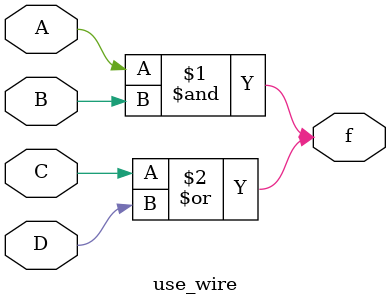
<source format=v>
module use_wire (A,B,C,D,f);

input A,B,C,D;
output f;
wire f;

//net f declared as 'wire'

assign f=A&B;
assign f=C|D;

endmodule
</source>
